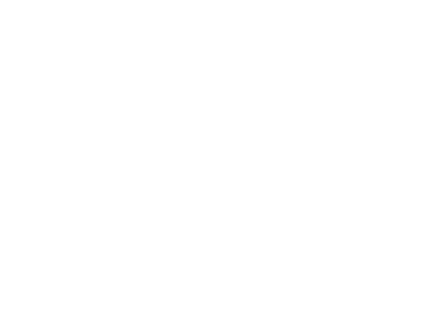
<source format=gbp>
G04*
G04 #@! TF.GenerationSoftware,Altium Limited,Altium Designer,20.0.2 (26)*
G04*
G04 Layer_Color=128*
%FSLAX44Y44*%
%MOMM*%
G71*
G01*
G75*
D21*
X343290Y1453958D02*
D03*
D29*
X447290Y1342615D02*
D03*
Y1328645D02*
D03*
X429290Y1313669D02*
D03*
Y1327639D02*
D03*
Y1346669D02*
D03*
Y1360639D02*
D03*
X599170Y1466005D02*
D03*
Y1452035D02*
D03*
X599190Y1357350D02*
D03*
Y1343380D02*
D03*
X599197Y1262735D02*
D03*
Y1248765D02*
D03*
D30*
X376305Y1272630D02*
D03*
X390275D02*
D03*
X361315Y1297630D02*
D03*
X375285D02*
D03*
X394305Y1373654D02*
D03*
X408275D02*
D03*
X387275Y1335654D02*
D03*
X373305D02*
D03*
X406275Y1298211D02*
D03*
X392305D02*
D03*
X387275Y1317654D02*
D03*
X373305D02*
D03*
X387275Y1353654D02*
D03*
X373305D02*
D03*
D78*
X389289Y1252631D02*
D03*
X369289D02*
D03*
D79*
X408713Y1318788D02*
D03*
Y1353078D02*
D03*
D80*
X624994Y1308468D02*
D03*
Y1262468D02*
D03*
X573386Y1262722D02*
D03*
Y1308722D02*
D03*
X573366Y1463960D02*
D03*
Y1509960D02*
D03*
X625840Y1502100D02*
D03*
Y1456100D02*
D03*
X625756Y1403210D02*
D03*
Y1357210D02*
D03*
X573386Y1356702D02*
D03*
Y1402702D02*
D03*
D81*
X694948Y1285468D02*
D03*
X503432Y1285722D02*
D03*
X503412Y1486960D02*
D03*
X695794Y1479100D02*
D03*
X695710Y1380210D02*
D03*
X503432Y1379702D02*
D03*
M02*

</source>
